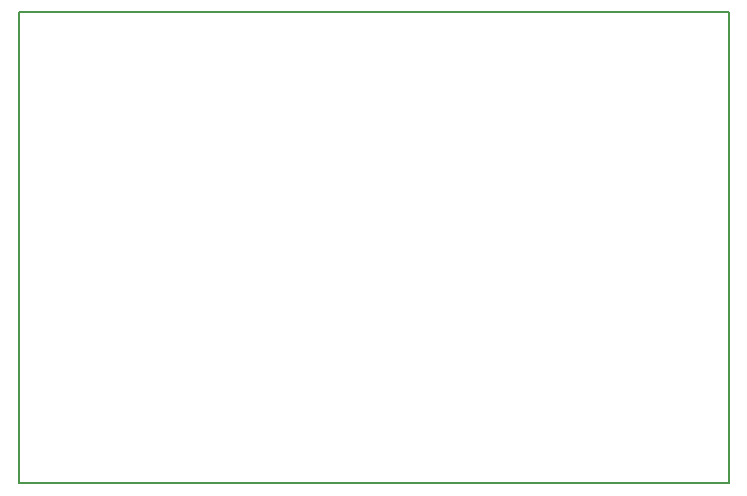
<source format=gm1>
G04 #@! TF.FileFunction,Profile,NP*
%FSLAX46Y46*%
G04 Gerber Fmt 4.6, Leading zero omitted, Abs format (unit mm)*
G04 Created by KiCad (PCBNEW 4.0.7) date 03/31/19 01:25:17*
%MOMM*%
%LPD*%
G01*
G04 APERTURE LIST*
%ADD10C,0.100000*%
%ADD11C,0.150000*%
G04 APERTURE END LIST*
D10*
D11*
X61214000Y-84836000D02*
X60909200Y-84836000D01*
X61214000Y-44958000D02*
X60909200Y-44958000D01*
X60909200Y-44958000D02*
X60909200Y-84836000D01*
X61214000Y-84836000D02*
X121031000Y-84836000D01*
X121031000Y-44958000D02*
X121031000Y-84836000D01*
X61214000Y-44958000D02*
X121031000Y-44958000D01*
M02*

</source>
